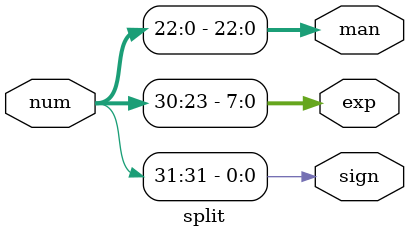
<source format=v>
module split(input [31:0]num, output sign, output [7:0]exp, output [22:0]man);  
    assign sign = num[31];
    assign exp =  num[30:23];
    assign man = num[22:0];
endmodule
</source>
